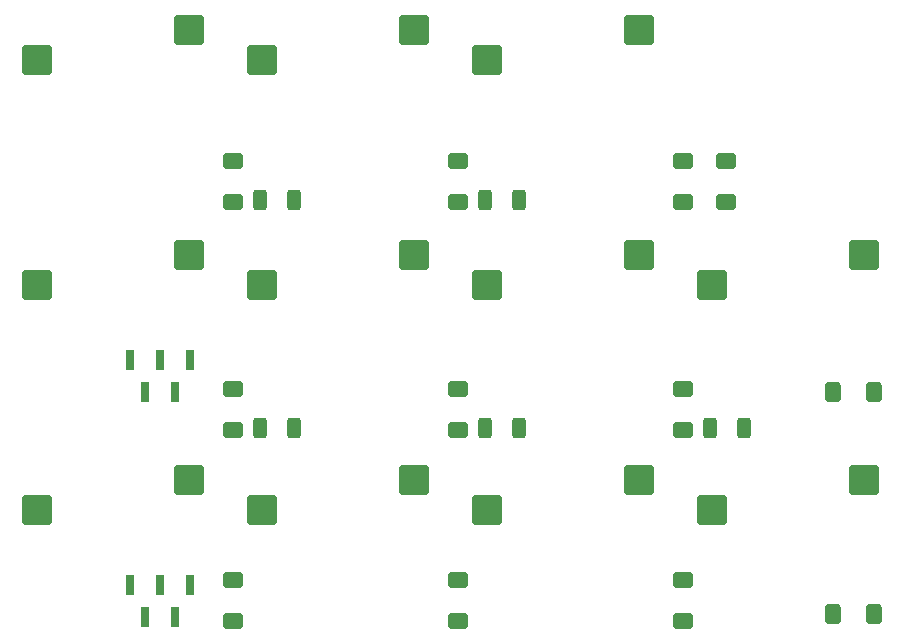
<source format=gbr>
G04 #@! TF.GenerationSoftware,KiCad,Pcbnew,8.0.6*
G04 #@! TF.CreationDate,2024-11-16T10:54:58+01:00*
G04 #@! TF.ProjectId,SwitchPCB,53776974-6368-4504-9342-2e6b69636164,rev?*
G04 #@! TF.SameCoordinates,Original*
G04 #@! TF.FileFunction,Paste,Bot*
G04 #@! TF.FilePolarity,Positive*
%FSLAX46Y46*%
G04 Gerber Fmt 4.6, Leading zero omitted, Abs format (unit mm)*
G04 Created by KiCad (PCBNEW 8.0.6) date 2024-11-16 10:54:58*
%MOMM*%
%LPD*%
G01*
G04 APERTURE LIST*
G04 Aperture macros list*
%AMRoundRect*
0 Rectangle with rounded corners*
0 $1 Rounding radius*
0 $2 $3 $4 $5 $6 $7 $8 $9 X,Y pos of 4 corners*
0 Add a 4 corners polygon primitive as box body*
4,1,4,$2,$3,$4,$5,$6,$7,$8,$9,$2,$3,0*
0 Add four circle primitives for the rounded corners*
1,1,$1+$1,$2,$3*
1,1,$1+$1,$4,$5*
1,1,$1+$1,$6,$7*
1,1,$1+$1,$8,$9*
0 Add four rect primitives between the rounded corners*
20,1,$1+$1,$2,$3,$4,$5,0*
20,1,$1+$1,$4,$5,$6,$7,0*
20,1,$1+$1,$6,$7,$8,$9,0*
20,1,$1+$1,$8,$9,$2,$3,0*%
G04 Aperture macros list end*
%ADD10RoundRect,0.250000X-1.025000X-1.000000X1.025000X-1.000000X1.025000X1.000000X-1.025000X1.000000X0*%
%ADD11RoundRect,0.250000X-0.312500X-0.625000X0.312500X-0.625000X0.312500X0.625000X-0.312500X0.625000X0*%
%ADD12RoundRect,0.250000X0.600000X-0.400000X0.600000X0.400000X-0.600000X0.400000X-0.600000X-0.400000X0*%
%ADD13R,0.650000X1.800000*%
%ADD14RoundRect,0.250000X-0.400000X-0.600000X0.400000X-0.600000X0.400000X0.600000X-0.400000X0.600000X0*%
G04 APERTURE END LIST*
D10*
G04 #@! TO.C,SW9*
X146685000Y-96385000D03*
X159612000Y-93845000D03*
G04 #@! TD*
G04 #@! TO.C,SW11*
X184785000Y-96385000D03*
X197712000Y-93845000D03*
G04 #@! TD*
G04 #@! TO.C,SW4*
X127635000Y-77335000D03*
X140562000Y-74795000D03*
G04 #@! TD*
G04 #@! TO.C,SW6*
X165735000Y-77335000D03*
X178662000Y-74795000D03*
G04 #@! TD*
G04 #@! TO.C,SW5*
X146685000Y-77335000D03*
X159612000Y-74795000D03*
G04 #@! TD*
G04 #@! TO.C,SW8*
X127635000Y-96385000D03*
X140562000Y-93845000D03*
G04 #@! TD*
G04 #@! TO.C,SW7*
X184785000Y-77335000D03*
X197712000Y-74795000D03*
G04 #@! TD*
G04 #@! TO.C,SW10*
X165735000Y-96385000D03*
X178662000Y-93845000D03*
G04 #@! TD*
G04 #@! TO.C,SW3*
X165735000Y-58285000D03*
X178662000Y-55745000D03*
G04 #@! TD*
G04 #@! TO.C,SW1*
X127635000Y-58285000D03*
X140562000Y-55745000D03*
G04 #@! TD*
G04 #@! TO.C,SW2*
X146685000Y-58285000D03*
X159612000Y-55745000D03*
G04 #@! TD*
D11*
G04 #@! TO.C,R2*
X165587500Y-70150000D03*
X168512500Y-70150000D03*
G04 #@! TD*
D12*
G04 #@! TO.C,D4*
X186028000Y-70325000D03*
X186028000Y-66825000D03*
G04 #@! TD*
D13*
G04 #@! TO.C,J4*
X135572500Y-102750000D03*
X136842500Y-105450000D03*
X138112500Y-102750000D03*
X139382500Y-105450000D03*
X140652500Y-102750000D03*
G04 #@! TD*
D12*
G04 #@! TO.C,D10*
X163295000Y-105758000D03*
X163295000Y-102258000D03*
G04 #@! TD*
D14*
G04 #@! TO.C,D8*
X195070000Y-86352000D03*
X198570000Y-86352000D03*
G04 #@! TD*
D12*
G04 #@! TO.C,D9*
X144245000Y-105758000D03*
X144245000Y-102258000D03*
G04 #@! TD*
D11*
G04 #@! TO.C,R5*
X165587500Y-89450000D03*
X168512500Y-89450000D03*
G04 #@! TD*
D12*
G04 #@! TO.C,D11*
X182345000Y-105758000D03*
X182345000Y-102258000D03*
G04 #@! TD*
D11*
G04 #@! TO.C,R4*
X146537500Y-89450000D03*
X149462500Y-89450000D03*
G04 #@! TD*
D12*
G04 #@! TO.C,D3*
X182345000Y-70322000D03*
X182345000Y-66822000D03*
G04 #@! TD*
G04 #@! TO.C,D7*
X182345000Y-89626000D03*
X182345000Y-86126000D03*
G04 #@! TD*
D11*
G04 #@! TO.C,R1*
X146537500Y-70150000D03*
X149462500Y-70150000D03*
G04 #@! TD*
D12*
G04 #@! TO.C,D5*
X144245000Y-89626000D03*
X144245000Y-86126000D03*
G04 #@! TD*
D13*
G04 #@! TO.C,J3*
X135572500Y-83700000D03*
X136842500Y-86400000D03*
X138112500Y-83700000D03*
X139382500Y-86400000D03*
X140652500Y-83700000D03*
G04 #@! TD*
D11*
G04 #@! TO.C,R6*
X184637500Y-89450000D03*
X187562500Y-89450000D03*
G04 #@! TD*
D12*
G04 #@! TO.C,D2*
X163295000Y-70322000D03*
X163295000Y-66822000D03*
G04 #@! TD*
D14*
G04 #@! TO.C,D12*
X195070000Y-105148000D03*
X198570000Y-105148000D03*
G04 #@! TD*
D12*
G04 #@! TO.C,D1*
X144245000Y-70322000D03*
X144245000Y-66822000D03*
G04 #@! TD*
G04 #@! TO.C,D6*
X163295000Y-89626000D03*
X163295000Y-86126000D03*
G04 #@! TD*
M02*

</source>
